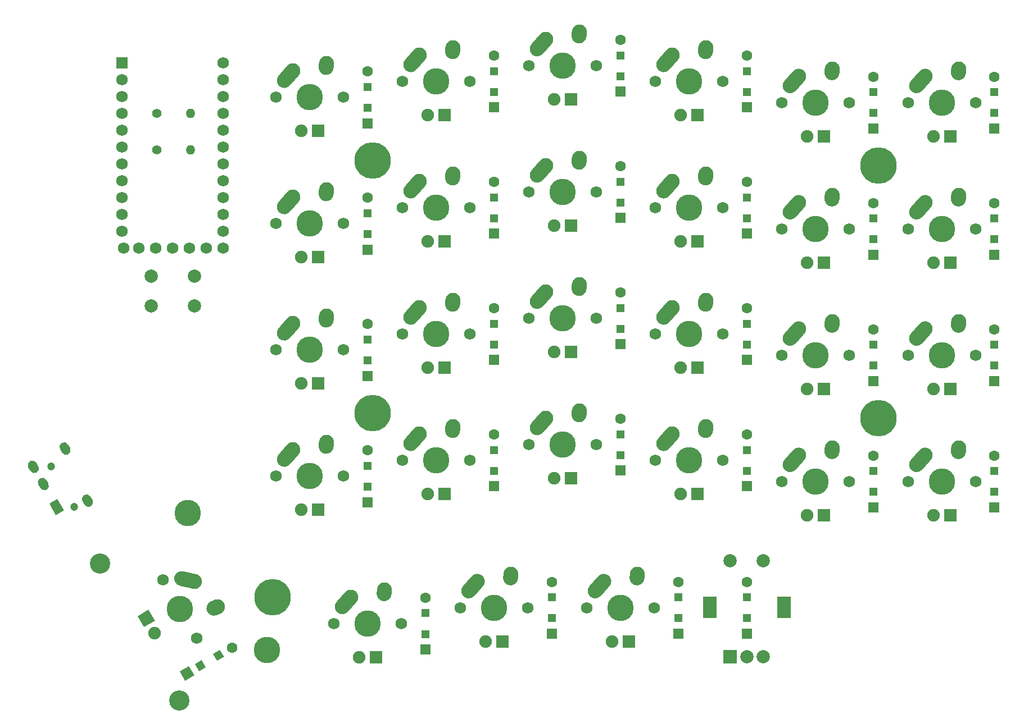
<source format=gbr>
%TF.GenerationSoftware,KiCad,Pcbnew,(5.1.9-0-10_14)*%
%TF.CreationDate,2021-04-19T01:18:51-05:00*%
%TF.ProjectId,wren-right,7772656e-2d72-4696-9768-742e6b696361,rev?*%
%TF.SameCoordinates,Original*%
%TF.FileFunction,Soldermask,Bot*%
%TF.FilePolarity,Negative*%
%FSLAX46Y46*%
G04 Gerber Fmt 4.6, Leading zero omitted, Abs format (unit mm)*
G04 Created by KiCad (PCBNEW (5.1.9-0-10_14)) date 2021-04-19 01:18:51*
%MOMM*%
%LPD*%
G01*
G04 APERTURE LIST*
%ADD10C,5.500000*%
%ADD11C,3.987800*%
%ADD12C,3.048000*%
%ADD13C,1.750000*%
%ADD14C,0.100000*%
%ADD15C,1.905000*%
%ADD16C,2.250000*%
%ADD17O,1.400000X1.400000*%
%ADD18C,1.400000*%
%ADD19C,1.600000*%
%ADD20R,1.600000X1.600000*%
%ADD21R,1.200000X1.200000*%
%ADD22R,2.000000X2.000000*%
%ADD23C,2.000000*%
%ADD24R,2.000000X3.200000*%
%ADD25C,1.752600*%
%ADD26R,1.752600X1.752600*%
%ADD27C,1.200000*%
%ADD28R,1.905000X1.905000*%
G04 APERTURE END LIST*
D10*
%TO.C,H7*%
X120650000Y-138112500D03*
%TD*%
%TO.C,H6*%
X135731250Y-110331250D03*
%TD*%
%TO.C,H3*%
X135731250Y-72231250D03*
%TD*%
%TO.C,H2*%
X211931250Y-73025000D03*
%TD*%
%TO.C,H1*%
X211913250Y-111125000D03*
%TD*%
D11*
%TO.C,MX41*%
X119766290Y-146069861D03*
X107828290Y-125392639D03*
D12*
X106568063Y-153689861D03*
X94630063Y-133012639D03*
D13*
X109188250Y-144258159D03*
X104108250Y-135459341D03*
D14*
G36*
X100312702Y-140950259D02*
G01*
X101962480Y-139997759D01*
X102914980Y-141647537D01*
X101265202Y-142600037D01*
X100312702Y-140950259D01*
G37*
D15*
X102883841Y-143498602D03*
D16*
X108862352Y-135693686D03*
D11*
X106648250Y-139858750D03*
G36*
G01*
X105842539Y-135055292D02*
X105842134Y-135057206D01*
G75*
G02*
X107174942Y-134188372I1100821J-231987D01*
G01*
X109094340Y-134592866D01*
G75*
G02*
X109963174Y-135925674I-231987J-1100821D01*
G01*
X109963174Y-135925674D01*
G75*
G02*
X108630366Y-136794508I-1100821J231987D01*
G01*
X106710968Y-136390014D01*
G75*
G02*
X105842134Y-135057206I231987J1100821D01*
G01*
G37*
D16*
X112317659Y-139518455D03*
G36*
G01*
X110785083Y-140268746D02*
X110784693Y-140267948D01*
G75*
G02*
X111301230Y-138763143I1010671J494134D01*
G01*
X111823526Y-138507783D01*
G75*
G02*
X113328331Y-139024320I494134J-1010671D01*
G01*
X113328331Y-139024320D01*
G75*
G02*
X112811794Y-140529125I-1010671J-494134D01*
G01*
X112289498Y-140784485D01*
G75*
G02*
X110784693Y-140267948I-494134J1010671D01*
G01*
G37*
%TD*%
D17*
%TO.C,R2*%
X108283750Y-70643750D03*
D18*
X103203750Y-70643750D03*
%TD*%
D17*
%TO.C,R1*%
X108283750Y-65087500D03*
D18*
X103203750Y-65087500D03*
%TD*%
D19*
%TO.C,D45*%
X192087500Y-135800000D03*
D20*
X192087500Y-143600000D03*
D21*
X192087500Y-141275000D03*
X192087500Y-138125000D03*
%TD*%
D19*
%TO.C,D44*%
X181768750Y-135800000D03*
D20*
X181768750Y-143600000D03*
D21*
X181768750Y-141275000D03*
X181768750Y-138125000D03*
%TD*%
D19*
%TO.C,D43*%
X162718750Y-135800000D03*
D20*
X162718750Y-143600000D03*
D21*
X162718750Y-141275000D03*
X162718750Y-138125000D03*
%TD*%
D19*
%TO.C,D42*%
X143672250Y-138181250D03*
D20*
X143672250Y-145981250D03*
D21*
X143672250Y-143656250D03*
X143672250Y-140506250D03*
%TD*%
D19*
%TO.C,D41*%
X114516249Y-145687500D03*
D14*
G36*
X107468431Y-150680320D02*
G01*
X106668431Y-149294680D01*
X108054071Y-148494680D01*
X108854071Y-149880320D01*
X107468431Y-150680320D01*
G37*
G36*
X109555145Y-149244615D02*
G01*
X108955145Y-148205385D01*
X109994375Y-147605385D01*
X110594375Y-148644615D01*
X109555145Y-149244615D01*
G37*
G36*
X112283125Y-147669615D02*
G01*
X111683125Y-146630385D01*
X112722355Y-146030385D01*
X113322355Y-147069615D01*
X112283125Y-147669615D01*
G37*
%TD*%
D19*
%TO.C,D36*%
X229370250Y-116750000D03*
D20*
X229370250Y-124550000D03*
D21*
X229370250Y-122225000D03*
X229370250Y-119075000D03*
%TD*%
D19*
%TO.C,D35*%
X211119750Y-116750000D03*
D20*
X211119750Y-124550000D03*
D21*
X211119750Y-122225000D03*
X211119750Y-119075000D03*
%TD*%
D19*
%TO.C,D34*%
X192075750Y-113575000D03*
D20*
X192075750Y-121375000D03*
D21*
X192075750Y-119050000D03*
X192075750Y-115900000D03*
%TD*%
D19*
%TO.C,D33*%
X173031750Y-111193750D03*
D20*
X173031750Y-118993750D03*
D21*
X173031750Y-116668750D03*
X173031750Y-113518750D03*
%TD*%
D19*
%TO.C,D32*%
X153987750Y-113575000D03*
D20*
X153987750Y-121375000D03*
D21*
X153987750Y-119050000D03*
X153987750Y-115900000D03*
%TD*%
D19*
%TO.C,D31*%
X134943750Y-115956250D03*
D20*
X134943750Y-123756250D03*
D21*
X134943750Y-121431250D03*
X134943750Y-118281250D03*
%TD*%
D19*
%TO.C,D26*%
X229370250Y-97700000D03*
D20*
X229370250Y-105500000D03*
D21*
X229370250Y-103175000D03*
X229370250Y-100025000D03*
%TD*%
D19*
%TO.C,D25*%
X211119750Y-97700000D03*
D20*
X211119750Y-105500000D03*
D21*
X211119750Y-103175000D03*
X211119750Y-100025000D03*
%TD*%
D19*
%TO.C,D24*%
X192075750Y-94525000D03*
D20*
X192075750Y-102325000D03*
D21*
X192075750Y-100000000D03*
X192075750Y-96850000D03*
%TD*%
D19*
%TO.C,D23*%
X173031750Y-92143750D03*
D20*
X173031750Y-99943750D03*
D21*
X173031750Y-97618750D03*
X173031750Y-94468750D03*
%TD*%
D19*
%TO.C,D22*%
X153987750Y-94525000D03*
D20*
X153987750Y-102325000D03*
D21*
X153987750Y-100000000D03*
X153987750Y-96850000D03*
%TD*%
D19*
%TO.C,D21*%
X134943750Y-96906250D03*
D20*
X134943750Y-104706250D03*
D21*
X134943750Y-102381250D03*
X134943750Y-99231250D03*
%TD*%
D19*
%TO.C,D16*%
X229370250Y-78650000D03*
D20*
X229370250Y-86450000D03*
D21*
X229370250Y-84125000D03*
X229370250Y-80975000D03*
%TD*%
D19*
%TO.C,D15*%
X211119750Y-78650000D03*
D20*
X211119750Y-86450000D03*
D21*
X211119750Y-84125000D03*
X211119750Y-80975000D03*
%TD*%
D19*
%TO.C,D14*%
X192075750Y-75475000D03*
D20*
X192075750Y-83275000D03*
D21*
X192075750Y-80950000D03*
X192075750Y-77800000D03*
%TD*%
D19*
%TO.C,D13*%
X173031750Y-73093750D03*
D20*
X173031750Y-80893750D03*
D21*
X173031750Y-78568750D03*
X173031750Y-75418750D03*
%TD*%
D19*
%TO.C,D12*%
X153987750Y-75475000D03*
D20*
X153987750Y-83275000D03*
D21*
X153987750Y-80950000D03*
X153987750Y-77800000D03*
%TD*%
D19*
%TO.C,D11*%
X134943750Y-77856250D03*
D20*
X134943750Y-85656250D03*
D21*
X134943750Y-83331250D03*
X134943750Y-80181250D03*
%TD*%
D19*
%TO.C,D6*%
X229370250Y-59600000D03*
D20*
X229370250Y-67400000D03*
D21*
X229370250Y-65075000D03*
X229370250Y-61925000D03*
%TD*%
D19*
%TO.C,D5*%
X211119750Y-59600000D03*
D20*
X211119750Y-67400000D03*
D21*
X211119750Y-65075000D03*
X211119750Y-61925000D03*
%TD*%
D19*
%TO.C,D4*%
X192075750Y-56425000D03*
D20*
X192075750Y-64225000D03*
D21*
X192075750Y-61900000D03*
X192075750Y-58750000D03*
%TD*%
D19*
%TO.C,D3*%
X173031750Y-54043750D03*
D20*
X173031750Y-61843750D03*
D21*
X173031750Y-59518750D03*
X173031750Y-56368750D03*
%TD*%
D19*
%TO.C,D2*%
X153987750Y-56425000D03*
D20*
X153987750Y-64225000D03*
D21*
X153987750Y-61900000D03*
X153987750Y-58750000D03*
%TD*%
D19*
%TO.C,D1*%
X134943750Y-58806250D03*
D20*
X134943750Y-66606250D03*
D21*
X134943750Y-64281250D03*
X134943750Y-61131250D03*
%TD*%
D22*
%TO.C,ENC1*%
X189579250Y-147097750D03*
D23*
X192079250Y-147097750D03*
X194579250Y-147097750D03*
D24*
X186479250Y-139597750D03*
X197679250Y-139597750D03*
D23*
X189579250Y-132597750D03*
X194579250Y-132597750D03*
%TD*%
D25*
%TO.C,U1*%
X100488750Y-85407500D03*
X103028750Y-85407500D03*
X105568750Y-85407500D03*
X108108750Y-85407500D03*
X110648750Y-85407500D03*
X113188750Y-57467500D03*
X98177350Y-85407500D03*
X113188750Y-60007500D03*
X113188750Y-62547500D03*
X113188750Y-65087500D03*
X113188750Y-67627500D03*
X113188750Y-70167500D03*
X113188750Y-72707500D03*
X113188750Y-75247500D03*
X113188750Y-77787500D03*
X113188750Y-80327500D03*
X113188750Y-82867500D03*
X113188750Y-85407500D03*
X97948750Y-82867500D03*
X97948750Y-80327500D03*
X97948750Y-77787500D03*
X97948750Y-75247500D03*
X97948750Y-72707500D03*
X97948750Y-70167500D03*
X97948750Y-67627500D03*
X97948750Y-65087500D03*
X97948750Y-62547500D03*
X97948750Y-60007500D03*
D26*
X97948750Y-57467500D03*
%TD*%
D23*
%TO.C,SW0*%
X108830250Y-89693750D03*
X108830250Y-94193750D03*
X102330250Y-89693750D03*
X102330250Y-94193750D03*
%TD*%
D27*
%TO.C,J1*%
X90748108Y-124467583D03*
X87248108Y-118405405D03*
G36*
G01*
X84106250Y-117563546D02*
X84106250Y-117563546D01*
G75*
G02*
X85062468Y-117819764I350000J-606218D01*
G01*
X85362468Y-118339380D01*
G75*
G02*
X85106250Y-119295598I-606218J-350000D01*
G01*
X85106250Y-119295598D01*
G75*
G02*
X84150032Y-119039380I-350000J606218D01*
G01*
X83850032Y-118519764D01*
G75*
G02*
X84106250Y-117563546I606218J350000D01*
G01*
G37*
G36*
G01*
X85606250Y-120161622D02*
X85606250Y-120161622D01*
G75*
G02*
X86562468Y-120417840I350000J-606218D01*
G01*
X86862468Y-120937456D01*
G75*
G02*
X86606250Y-121893674I-606218J-350000D01*
G01*
X86606250Y-121893674D01*
G75*
G02*
X85650032Y-121637456I-350000J606218D01*
G01*
X85350032Y-121117840D01*
G75*
G02*
X85606250Y-120161622I606218J350000D01*
G01*
G37*
D14*
G36*
X87000032Y-123975725D02*
G01*
X88212468Y-123275725D01*
X89212468Y-125007775D01*
X88000032Y-125707775D01*
X87000032Y-123975725D01*
G37*
G36*
G01*
X92253364Y-122674762D02*
X92253364Y-122674762D01*
G75*
G02*
X93209582Y-122930980I350000J-606218D01*
G01*
X93509582Y-123450596D01*
G75*
G02*
X93253364Y-124406814I-606218J-350000D01*
G01*
X93253364Y-124406814D01*
G75*
G02*
X92297146Y-124150596I-350000J606218D01*
G01*
X91997146Y-123630980D01*
G75*
G02*
X92253364Y-122674762I606218J350000D01*
G01*
G37*
G36*
G01*
X88869390Y-114813546D02*
X88869390Y-114813546D01*
G75*
G02*
X89825608Y-115069764I350000J-606218D01*
G01*
X90125608Y-115589380D01*
G75*
G02*
X89869390Y-116545598I-606218J-350000D01*
G01*
X89869390Y-116545598D01*
G75*
G02*
X88913172Y-116289380I-350000J606218D01*
G01*
X88613172Y-115769764D01*
G75*
G02*
X88869390Y-114813546I606218J350000D01*
G01*
G37*
%TD*%
D13*
%TO.C,MX44*%
X178117500Y-139700000D03*
X167957500Y-139700000D03*
D28*
X174307500Y-144780000D03*
D15*
X171767500Y-144780000D03*
D16*
X170537500Y-135700000D03*
D11*
X173037500Y-139700000D03*
G36*
G01*
X168476188Y-137997350D02*
X168476183Y-137997345D01*
G75*
G02*
X168390155Y-136408683I751317J837345D01*
G01*
X169700157Y-134948683D01*
G75*
G02*
X171288819Y-134862655I837345J-751317D01*
G01*
X171288819Y-134862655D01*
G75*
G02*
X171374847Y-136451317I-751317J-837345D01*
G01*
X170064845Y-137911317D01*
G75*
G02*
X168476183Y-137997345I-837345J751317D01*
G01*
G37*
D16*
X175577500Y-134620000D03*
G36*
G01*
X175460983Y-136322395D02*
X175460097Y-136322334D01*
G75*
G02*
X174415166Y-135122597I77403J1122334D01*
G01*
X174455166Y-134542597D01*
G75*
G02*
X175654903Y-133497666I1122334J-77403D01*
G01*
X175654903Y-133497666D01*
G75*
G02*
X176699834Y-134697403I-77403J-1122334D01*
G01*
X176659834Y-135277403D01*
G75*
G02*
X175460097Y-136322334I-1122334J77403D01*
G01*
G37*
%TD*%
D13*
%TO.C,MX43*%
X159067500Y-139700000D03*
X148907500Y-139700000D03*
D28*
X155257500Y-144780000D03*
D15*
X152717500Y-144780000D03*
D16*
X151487500Y-135700000D03*
D11*
X153987500Y-139700000D03*
G36*
G01*
X149426188Y-137997350D02*
X149426183Y-137997345D01*
G75*
G02*
X149340155Y-136408683I751317J837345D01*
G01*
X150650157Y-134948683D01*
G75*
G02*
X152238819Y-134862655I837345J-751317D01*
G01*
X152238819Y-134862655D01*
G75*
G02*
X152324847Y-136451317I-751317J-837345D01*
G01*
X151014845Y-137911317D01*
G75*
G02*
X149426183Y-137997345I-837345J751317D01*
G01*
G37*
D16*
X156527500Y-134620000D03*
G36*
G01*
X156410983Y-136322395D02*
X156410097Y-136322334D01*
G75*
G02*
X155365166Y-135122597I77403J1122334D01*
G01*
X155405166Y-134542597D01*
G75*
G02*
X156604903Y-133497666I1122334J-77403D01*
G01*
X156604903Y-133497666D01*
G75*
G02*
X157649834Y-134697403I-77403J-1122334D01*
G01*
X157609834Y-135277403D01*
G75*
G02*
X156410097Y-136322334I-1122334J77403D01*
G01*
G37*
%TD*%
D13*
%TO.C,MX42*%
X140017500Y-142081250D03*
X129857500Y-142081250D03*
D28*
X136207500Y-147161250D03*
D15*
X133667500Y-147161250D03*
D16*
X132437500Y-138081250D03*
D11*
X134937500Y-142081250D03*
G36*
G01*
X130376188Y-140378600D02*
X130376183Y-140378595D01*
G75*
G02*
X130290155Y-138789933I751317J837345D01*
G01*
X131600157Y-137329933D01*
G75*
G02*
X133188819Y-137243905I837345J-751317D01*
G01*
X133188819Y-137243905D01*
G75*
G02*
X133274847Y-138832567I-751317J-837345D01*
G01*
X131964845Y-140292567D01*
G75*
G02*
X130376183Y-140378595I-837345J751317D01*
G01*
G37*
D16*
X137477500Y-137001250D03*
G36*
G01*
X137360983Y-138703645D02*
X137360097Y-138703584D01*
G75*
G02*
X136315166Y-137503847I77403J1122334D01*
G01*
X136355166Y-136923847D01*
G75*
G02*
X137554903Y-135878916I1122334J-77403D01*
G01*
X137554903Y-135878916D01*
G75*
G02*
X138599834Y-137078653I-77403J-1122334D01*
G01*
X138559834Y-137658653D01*
G75*
G02*
X137360097Y-138703584I-1122334J77403D01*
G01*
G37*
%TD*%
D13*
%TO.C,MX36*%
X226536250Y-120650000D03*
X216376250Y-120650000D03*
D28*
X222726250Y-125730000D03*
D15*
X220186250Y-125730000D03*
D16*
X218956250Y-116650000D03*
D11*
X221456250Y-120650000D03*
G36*
G01*
X216894938Y-118947350D02*
X216894933Y-118947345D01*
G75*
G02*
X216808905Y-117358683I751317J837345D01*
G01*
X218118907Y-115898683D01*
G75*
G02*
X219707569Y-115812655I837345J-751317D01*
G01*
X219707569Y-115812655D01*
G75*
G02*
X219793597Y-117401317I-751317J-837345D01*
G01*
X218483595Y-118861317D01*
G75*
G02*
X216894933Y-118947345I-837345J751317D01*
G01*
G37*
D16*
X223996250Y-115570000D03*
G36*
G01*
X223879733Y-117272395D02*
X223878847Y-117272334D01*
G75*
G02*
X222833916Y-116072597I77403J1122334D01*
G01*
X222873916Y-115492597D01*
G75*
G02*
X224073653Y-114447666I1122334J-77403D01*
G01*
X224073653Y-114447666D01*
G75*
G02*
X225118584Y-115647403I-77403J-1122334D01*
G01*
X225078584Y-116227403D01*
G75*
G02*
X223878847Y-117272334I-1122334J77403D01*
G01*
G37*
%TD*%
D13*
%TO.C,MX35*%
X207486250Y-120650000D03*
X197326250Y-120650000D03*
D28*
X203676250Y-125730000D03*
D15*
X201136250Y-125730000D03*
D16*
X199906250Y-116650000D03*
D11*
X202406250Y-120650000D03*
G36*
G01*
X197844938Y-118947350D02*
X197844933Y-118947345D01*
G75*
G02*
X197758905Y-117358683I751317J837345D01*
G01*
X199068907Y-115898683D01*
G75*
G02*
X200657569Y-115812655I837345J-751317D01*
G01*
X200657569Y-115812655D01*
G75*
G02*
X200743597Y-117401317I-751317J-837345D01*
G01*
X199433595Y-118861317D01*
G75*
G02*
X197844933Y-118947345I-837345J751317D01*
G01*
G37*
D16*
X204946250Y-115570000D03*
G36*
G01*
X204829733Y-117272395D02*
X204828847Y-117272334D01*
G75*
G02*
X203783916Y-116072597I77403J1122334D01*
G01*
X203823916Y-115492597D01*
G75*
G02*
X205023653Y-114447666I1122334J-77403D01*
G01*
X205023653Y-114447666D01*
G75*
G02*
X206068584Y-115647403I-77403J-1122334D01*
G01*
X206028584Y-116227403D01*
G75*
G02*
X204828847Y-117272334I-1122334J77403D01*
G01*
G37*
%TD*%
D13*
%TO.C,MX34*%
X188436250Y-117475000D03*
X178276250Y-117475000D03*
D28*
X184626250Y-122555000D03*
D15*
X182086250Y-122555000D03*
D16*
X180856250Y-113475000D03*
D11*
X183356250Y-117475000D03*
G36*
G01*
X178794938Y-115772350D02*
X178794933Y-115772345D01*
G75*
G02*
X178708905Y-114183683I751317J837345D01*
G01*
X180018907Y-112723683D01*
G75*
G02*
X181607569Y-112637655I837345J-751317D01*
G01*
X181607569Y-112637655D01*
G75*
G02*
X181693597Y-114226317I-751317J-837345D01*
G01*
X180383595Y-115686317D01*
G75*
G02*
X178794933Y-115772345I-837345J751317D01*
G01*
G37*
D16*
X185896250Y-112395000D03*
G36*
G01*
X185779733Y-114097395D02*
X185778847Y-114097334D01*
G75*
G02*
X184733916Y-112897597I77403J1122334D01*
G01*
X184773916Y-112317597D01*
G75*
G02*
X185973653Y-111272666I1122334J-77403D01*
G01*
X185973653Y-111272666D01*
G75*
G02*
X187018584Y-112472403I-77403J-1122334D01*
G01*
X186978584Y-113052403D01*
G75*
G02*
X185778847Y-114097334I-1122334J77403D01*
G01*
G37*
%TD*%
D13*
%TO.C,MX33*%
X169386250Y-115093750D03*
X159226250Y-115093750D03*
D28*
X165576250Y-120173750D03*
D15*
X163036250Y-120173750D03*
D16*
X161806250Y-111093750D03*
D11*
X164306250Y-115093750D03*
G36*
G01*
X159744938Y-113391100D02*
X159744933Y-113391095D01*
G75*
G02*
X159658905Y-111802433I751317J837345D01*
G01*
X160968907Y-110342433D01*
G75*
G02*
X162557569Y-110256405I837345J-751317D01*
G01*
X162557569Y-110256405D01*
G75*
G02*
X162643597Y-111845067I-751317J-837345D01*
G01*
X161333595Y-113305067D01*
G75*
G02*
X159744933Y-113391095I-837345J751317D01*
G01*
G37*
D16*
X166846250Y-110013750D03*
G36*
G01*
X166729733Y-111716145D02*
X166728847Y-111716084D01*
G75*
G02*
X165683916Y-110516347I77403J1122334D01*
G01*
X165723916Y-109936347D01*
G75*
G02*
X166923653Y-108891416I1122334J-77403D01*
G01*
X166923653Y-108891416D01*
G75*
G02*
X167968584Y-110091153I-77403J-1122334D01*
G01*
X167928584Y-110671153D01*
G75*
G02*
X166728847Y-111716084I-1122334J77403D01*
G01*
G37*
%TD*%
D13*
%TO.C,MX32*%
X150336250Y-117475000D03*
X140176250Y-117475000D03*
D28*
X146526250Y-122555000D03*
D15*
X143986250Y-122555000D03*
D16*
X142756250Y-113475000D03*
D11*
X145256250Y-117475000D03*
G36*
G01*
X140694938Y-115772350D02*
X140694933Y-115772345D01*
G75*
G02*
X140608905Y-114183683I751317J837345D01*
G01*
X141918907Y-112723683D01*
G75*
G02*
X143507569Y-112637655I837345J-751317D01*
G01*
X143507569Y-112637655D01*
G75*
G02*
X143593597Y-114226317I-751317J-837345D01*
G01*
X142283595Y-115686317D01*
G75*
G02*
X140694933Y-115772345I-837345J751317D01*
G01*
G37*
D16*
X147796250Y-112395000D03*
G36*
G01*
X147679733Y-114097395D02*
X147678847Y-114097334D01*
G75*
G02*
X146633916Y-112897597I77403J1122334D01*
G01*
X146673916Y-112317597D01*
G75*
G02*
X147873653Y-111272666I1122334J-77403D01*
G01*
X147873653Y-111272666D01*
G75*
G02*
X148918584Y-112472403I-77403J-1122334D01*
G01*
X148878584Y-113052403D01*
G75*
G02*
X147678847Y-114097334I-1122334J77403D01*
G01*
G37*
%TD*%
D13*
%TO.C,MX31*%
X131286250Y-119856250D03*
X121126250Y-119856250D03*
D28*
X127476250Y-124936250D03*
D15*
X124936250Y-124936250D03*
D16*
X123706250Y-115856250D03*
D11*
X126206250Y-119856250D03*
G36*
G01*
X121644938Y-118153600D02*
X121644933Y-118153595D01*
G75*
G02*
X121558905Y-116564933I751317J837345D01*
G01*
X122868907Y-115104933D01*
G75*
G02*
X124457569Y-115018905I837345J-751317D01*
G01*
X124457569Y-115018905D01*
G75*
G02*
X124543597Y-116607567I-751317J-837345D01*
G01*
X123233595Y-118067567D01*
G75*
G02*
X121644933Y-118153595I-837345J751317D01*
G01*
G37*
D16*
X128746250Y-114776250D03*
G36*
G01*
X128629733Y-116478645D02*
X128628847Y-116478584D01*
G75*
G02*
X127583916Y-115278847I77403J1122334D01*
G01*
X127623916Y-114698847D01*
G75*
G02*
X128823653Y-113653916I1122334J-77403D01*
G01*
X128823653Y-113653916D01*
G75*
G02*
X129868584Y-114853653I-77403J-1122334D01*
G01*
X129828584Y-115433653D01*
G75*
G02*
X128628847Y-116478584I-1122334J77403D01*
G01*
G37*
%TD*%
D13*
%TO.C,MX26*%
X226536250Y-101600000D03*
X216376250Y-101600000D03*
D28*
X222726250Y-106680000D03*
D15*
X220186250Y-106680000D03*
D16*
X218956250Y-97600000D03*
D11*
X221456250Y-101600000D03*
G36*
G01*
X216894938Y-99897350D02*
X216894933Y-99897345D01*
G75*
G02*
X216808905Y-98308683I751317J837345D01*
G01*
X218118907Y-96848683D01*
G75*
G02*
X219707569Y-96762655I837345J-751317D01*
G01*
X219707569Y-96762655D01*
G75*
G02*
X219793597Y-98351317I-751317J-837345D01*
G01*
X218483595Y-99811317D01*
G75*
G02*
X216894933Y-99897345I-837345J751317D01*
G01*
G37*
D16*
X223996250Y-96520000D03*
G36*
G01*
X223879733Y-98222395D02*
X223878847Y-98222334D01*
G75*
G02*
X222833916Y-97022597I77403J1122334D01*
G01*
X222873916Y-96442597D01*
G75*
G02*
X224073653Y-95397666I1122334J-77403D01*
G01*
X224073653Y-95397666D01*
G75*
G02*
X225118584Y-96597403I-77403J-1122334D01*
G01*
X225078584Y-97177403D01*
G75*
G02*
X223878847Y-98222334I-1122334J77403D01*
G01*
G37*
%TD*%
D13*
%TO.C,MX25*%
X207486250Y-101600000D03*
X197326250Y-101600000D03*
D28*
X203676250Y-106680000D03*
D15*
X201136250Y-106680000D03*
D16*
X199906250Y-97600000D03*
D11*
X202406250Y-101600000D03*
G36*
G01*
X197844938Y-99897350D02*
X197844933Y-99897345D01*
G75*
G02*
X197758905Y-98308683I751317J837345D01*
G01*
X199068907Y-96848683D01*
G75*
G02*
X200657569Y-96762655I837345J-751317D01*
G01*
X200657569Y-96762655D01*
G75*
G02*
X200743597Y-98351317I-751317J-837345D01*
G01*
X199433595Y-99811317D01*
G75*
G02*
X197844933Y-99897345I-837345J751317D01*
G01*
G37*
D16*
X204946250Y-96520000D03*
G36*
G01*
X204829733Y-98222395D02*
X204828847Y-98222334D01*
G75*
G02*
X203783916Y-97022597I77403J1122334D01*
G01*
X203823916Y-96442597D01*
G75*
G02*
X205023653Y-95397666I1122334J-77403D01*
G01*
X205023653Y-95397666D01*
G75*
G02*
X206068584Y-96597403I-77403J-1122334D01*
G01*
X206028584Y-97177403D01*
G75*
G02*
X204828847Y-98222334I-1122334J77403D01*
G01*
G37*
%TD*%
D13*
%TO.C,MX24*%
X188436250Y-98425000D03*
X178276250Y-98425000D03*
D28*
X184626250Y-103505000D03*
D15*
X182086250Y-103505000D03*
D16*
X180856250Y-94425000D03*
D11*
X183356250Y-98425000D03*
G36*
G01*
X178794938Y-96722350D02*
X178794933Y-96722345D01*
G75*
G02*
X178708905Y-95133683I751317J837345D01*
G01*
X180018907Y-93673683D01*
G75*
G02*
X181607569Y-93587655I837345J-751317D01*
G01*
X181607569Y-93587655D01*
G75*
G02*
X181693597Y-95176317I-751317J-837345D01*
G01*
X180383595Y-96636317D01*
G75*
G02*
X178794933Y-96722345I-837345J751317D01*
G01*
G37*
D16*
X185896250Y-93345000D03*
G36*
G01*
X185779733Y-95047395D02*
X185778847Y-95047334D01*
G75*
G02*
X184733916Y-93847597I77403J1122334D01*
G01*
X184773916Y-93267597D01*
G75*
G02*
X185973653Y-92222666I1122334J-77403D01*
G01*
X185973653Y-92222666D01*
G75*
G02*
X187018584Y-93422403I-77403J-1122334D01*
G01*
X186978584Y-94002403D01*
G75*
G02*
X185778847Y-95047334I-1122334J77403D01*
G01*
G37*
%TD*%
D13*
%TO.C,MX23*%
X169386250Y-96043750D03*
X159226250Y-96043750D03*
D28*
X165576250Y-101123750D03*
D15*
X163036250Y-101123750D03*
D16*
X161806250Y-92043750D03*
D11*
X164306250Y-96043750D03*
G36*
G01*
X159744938Y-94341100D02*
X159744933Y-94341095D01*
G75*
G02*
X159658905Y-92752433I751317J837345D01*
G01*
X160968907Y-91292433D01*
G75*
G02*
X162557569Y-91206405I837345J-751317D01*
G01*
X162557569Y-91206405D01*
G75*
G02*
X162643597Y-92795067I-751317J-837345D01*
G01*
X161333595Y-94255067D01*
G75*
G02*
X159744933Y-94341095I-837345J751317D01*
G01*
G37*
D16*
X166846250Y-90963750D03*
G36*
G01*
X166729733Y-92666145D02*
X166728847Y-92666084D01*
G75*
G02*
X165683916Y-91466347I77403J1122334D01*
G01*
X165723916Y-90886347D01*
G75*
G02*
X166923653Y-89841416I1122334J-77403D01*
G01*
X166923653Y-89841416D01*
G75*
G02*
X167968584Y-91041153I-77403J-1122334D01*
G01*
X167928584Y-91621153D01*
G75*
G02*
X166728847Y-92666084I-1122334J77403D01*
G01*
G37*
%TD*%
D13*
%TO.C,MX22*%
X150336250Y-98425000D03*
X140176250Y-98425000D03*
D28*
X146526250Y-103505000D03*
D15*
X143986250Y-103505000D03*
D16*
X142756250Y-94425000D03*
D11*
X145256250Y-98425000D03*
G36*
G01*
X140694938Y-96722350D02*
X140694933Y-96722345D01*
G75*
G02*
X140608905Y-95133683I751317J837345D01*
G01*
X141918907Y-93673683D01*
G75*
G02*
X143507569Y-93587655I837345J-751317D01*
G01*
X143507569Y-93587655D01*
G75*
G02*
X143593597Y-95176317I-751317J-837345D01*
G01*
X142283595Y-96636317D01*
G75*
G02*
X140694933Y-96722345I-837345J751317D01*
G01*
G37*
D16*
X147796250Y-93345000D03*
G36*
G01*
X147679733Y-95047395D02*
X147678847Y-95047334D01*
G75*
G02*
X146633916Y-93847597I77403J1122334D01*
G01*
X146673916Y-93267597D01*
G75*
G02*
X147873653Y-92222666I1122334J-77403D01*
G01*
X147873653Y-92222666D01*
G75*
G02*
X148918584Y-93422403I-77403J-1122334D01*
G01*
X148878584Y-94002403D01*
G75*
G02*
X147678847Y-95047334I-1122334J77403D01*
G01*
G37*
%TD*%
D13*
%TO.C,MX21*%
X131286250Y-100806250D03*
X121126250Y-100806250D03*
D28*
X127476250Y-105886250D03*
D15*
X124936250Y-105886250D03*
D16*
X123706250Y-96806250D03*
D11*
X126206250Y-100806250D03*
G36*
G01*
X121644938Y-99103600D02*
X121644933Y-99103595D01*
G75*
G02*
X121558905Y-97514933I751317J837345D01*
G01*
X122868907Y-96054933D01*
G75*
G02*
X124457569Y-95968905I837345J-751317D01*
G01*
X124457569Y-95968905D01*
G75*
G02*
X124543597Y-97557567I-751317J-837345D01*
G01*
X123233595Y-99017567D01*
G75*
G02*
X121644933Y-99103595I-837345J751317D01*
G01*
G37*
D16*
X128746250Y-95726250D03*
G36*
G01*
X128629733Y-97428645D02*
X128628847Y-97428584D01*
G75*
G02*
X127583916Y-96228847I77403J1122334D01*
G01*
X127623916Y-95648847D01*
G75*
G02*
X128823653Y-94603916I1122334J-77403D01*
G01*
X128823653Y-94603916D01*
G75*
G02*
X129868584Y-95803653I-77403J-1122334D01*
G01*
X129828584Y-96383653D01*
G75*
G02*
X128628847Y-97428584I-1122334J77403D01*
G01*
G37*
%TD*%
D13*
%TO.C,MX16*%
X226536250Y-82550000D03*
X216376250Y-82550000D03*
D28*
X222726250Y-87630000D03*
D15*
X220186250Y-87630000D03*
D16*
X218956250Y-78550000D03*
D11*
X221456250Y-82550000D03*
G36*
G01*
X216894938Y-80847350D02*
X216894933Y-80847345D01*
G75*
G02*
X216808905Y-79258683I751317J837345D01*
G01*
X218118907Y-77798683D01*
G75*
G02*
X219707569Y-77712655I837345J-751317D01*
G01*
X219707569Y-77712655D01*
G75*
G02*
X219793597Y-79301317I-751317J-837345D01*
G01*
X218483595Y-80761317D01*
G75*
G02*
X216894933Y-80847345I-837345J751317D01*
G01*
G37*
D16*
X223996250Y-77470000D03*
G36*
G01*
X223879733Y-79172395D02*
X223878847Y-79172334D01*
G75*
G02*
X222833916Y-77972597I77403J1122334D01*
G01*
X222873916Y-77392597D01*
G75*
G02*
X224073653Y-76347666I1122334J-77403D01*
G01*
X224073653Y-76347666D01*
G75*
G02*
X225118584Y-77547403I-77403J-1122334D01*
G01*
X225078584Y-78127403D01*
G75*
G02*
X223878847Y-79172334I-1122334J77403D01*
G01*
G37*
%TD*%
D13*
%TO.C,MX15*%
X207486250Y-82550000D03*
X197326250Y-82550000D03*
D28*
X203676250Y-87630000D03*
D15*
X201136250Y-87630000D03*
D16*
X199906250Y-78550000D03*
D11*
X202406250Y-82550000D03*
G36*
G01*
X197844938Y-80847350D02*
X197844933Y-80847345D01*
G75*
G02*
X197758905Y-79258683I751317J837345D01*
G01*
X199068907Y-77798683D01*
G75*
G02*
X200657569Y-77712655I837345J-751317D01*
G01*
X200657569Y-77712655D01*
G75*
G02*
X200743597Y-79301317I-751317J-837345D01*
G01*
X199433595Y-80761317D01*
G75*
G02*
X197844933Y-80847345I-837345J751317D01*
G01*
G37*
D16*
X204946250Y-77470000D03*
G36*
G01*
X204829733Y-79172395D02*
X204828847Y-79172334D01*
G75*
G02*
X203783916Y-77972597I77403J1122334D01*
G01*
X203823916Y-77392597D01*
G75*
G02*
X205023653Y-76347666I1122334J-77403D01*
G01*
X205023653Y-76347666D01*
G75*
G02*
X206068584Y-77547403I-77403J-1122334D01*
G01*
X206028584Y-78127403D01*
G75*
G02*
X204828847Y-79172334I-1122334J77403D01*
G01*
G37*
%TD*%
D13*
%TO.C,MX14*%
X188436250Y-79375000D03*
X178276250Y-79375000D03*
D28*
X184626250Y-84455000D03*
D15*
X182086250Y-84455000D03*
D16*
X180856250Y-75375000D03*
D11*
X183356250Y-79375000D03*
G36*
G01*
X178794938Y-77672350D02*
X178794933Y-77672345D01*
G75*
G02*
X178708905Y-76083683I751317J837345D01*
G01*
X180018907Y-74623683D01*
G75*
G02*
X181607569Y-74537655I837345J-751317D01*
G01*
X181607569Y-74537655D01*
G75*
G02*
X181693597Y-76126317I-751317J-837345D01*
G01*
X180383595Y-77586317D01*
G75*
G02*
X178794933Y-77672345I-837345J751317D01*
G01*
G37*
D16*
X185896250Y-74295000D03*
G36*
G01*
X185779733Y-75997395D02*
X185778847Y-75997334D01*
G75*
G02*
X184733916Y-74797597I77403J1122334D01*
G01*
X184773916Y-74217597D01*
G75*
G02*
X185973653Y-73172666I1122334J-77403D01*
G01*
X185973653Y-73172666D01*
G75*
G02*
X187018584Y-74372403I-77403J-1122334D01*
G01*
X186978584Y-74952403D01*
G75*
G02*
X185778847Y-75997334I-1122334J77403D01*
G01*
G37*
%TD*%
D13*
%TO.C,MX13*%
X169386250Y-76993750D03*
X159226250Y-76993750D03*
D28*
X165576250Y-82073750D03*
D15*
X163036250Y-82073750D03*
D16*
X161806250Y-72993750D03*
D11*
X164306250Y-76993750D03*
G36*
G01*
X159744938Y-75291100D02*
X159744933Y-75291095D01*
G75*
G02*
X159658905Y-73702433I751317J837345D01*
G01*
X160968907Y-72242433D01*
G75*
G02*
X162557569Y-72156405I837345J-751317D01*
G01*
X162557569Y-72156405D01*
G75*
G02*
X162643597Y-73745067I-751317J-837345D01*
G01*
X161333595Y-75205067D01*
G75*
G02*
X159744933Y-75291095I-837345J751317D01*
G01*
G37*
D16*
X166846250Y-71913750D03*
G36*
G01*
X166729733Y-73616145D02*
X166728847Y-73616084D01*
G75*
G02*
X165683916Y-72416347I77403J1122334D01*
G01*
X165723916Y-71836347D01*
G75*
G02*
X166923653Y-70791416I1122334J-77403D01*
G01*
X166923653Y-70791416D01*
G75*
G02*
X167968584Y-71991153I-77403J-1122334D01*
G01*
X167928584Y-72571153D01*
G75*
G02*
X166728847Y-73616084I-1122334J77403D01*
G01*
G37*
%TD*%
D13*
%TO.C,MX12*%
X150336250Y-79375000D03*
X140176250Y-79375000D03*
D28*
X146526250Y-84455000D03*
D15*
X143986250Y-84455000D03*
D16*
X142756250Y-75375000D03*
D11*
X145256250Y-79375000D03*
G36*
G01*
X140694938Y-77672350D02*
X140694933Y-77672345D01*
G75*
G02*
X140608905Y-76083683I751317J837345D01*
G01*
X141918907Y-74623683D01*
G75*
G02*
X143507569Y-74537655I837345J-751317D01*
G01*
X143507569Y-74537655D01*
G75*
G02*
X143593597Y-76126317I-751317J-837345D01*
G01*
X142283595Y-77586317D01*
G75*
G02*
X140694933Y-77672345I-837345J751317D01*
G01*
G37*
D16*
X147796250Y-74295000D03*
G36*
G01*
X147679733Y-75997395D02*
X147678847Y-75997334D01*
G75*
G02*
X146633916Y-74797597I77403J1122334D01*
G01*
X146673916Y-74217597D01*
G75*
G02*
X147873653Y-73172666I1122334J-77403D01*
G01*
X147873653Y-73172666D01*
G75*
G02*
X148918584Y-74372403I-77403J-1122334D01*
G01*
X148878584Y-74952403D01*
G75*
G02*
X147678847Y-75997334I-1122334J77403D01*
G01*
G37*
%TD*%
D13*
%TO.C,MX11*%
X131286250Y-81756250D03*
X121126250Y-81756250D03*
D28*
X127476250Y-86836250D03*
D15*
X124936250Y-86836250D03*
D16*
X123706250Y-77756250D03*
D11*
X126206250Y-81756250D03*
G36*
G01*
X121644938Y-80053600D02*
X121644933Y-80053595D01*
G75*
G02*
X121558905Y-78464933I751317J837345D01*
G01*
X122868907Y-77004933D01*
G75*
G02*
X124457569Y-76918905I837345J-751317D01*
G01*
X124457569Y-76918905D01*
G75*
G02*
X124543597Y-78507567I-751317J-837345D01*
G01*
X123233595Y-79967567D01*
G75*
G02*
X121644933Y-80053595I-837345J751317D01*
G01*
G37*
D16*
X128746250Y-76676250D03*
G36*
G01*
X128629733Y-78378645D02*
X128628847Y-78378584D01*
G75*
G02*
X127583916Y-77178847I77403J1122334D01*
G01*
X127623916Y-76598847D01*
G75*
G02*
X128823653Y-75553916I1122334J-77403D01*
G01*
X128823653Y-75553916D01*
G75*
G02*
X129868584Y-76753653I-77403J-1122334D01*
G01*
X129828584Y-77333653D01*
G75*
G02*
X128628847Y-78378584I-1122334J77403D01*
G01*
G37*
%TD*%
D13*
%TO.C,MX6*%
X226536250Y-63500000D03*
X216376250Y-63500000D03*
D28*
X222726250Y-68580000D03*
D15*
X220186250Y-68580000D03*
D16*
X218956250Y-59500000D03*
D11*
X221456250Y-63500000D03*
G36*
G01*
X216894938Y-61797350D02*
X216894933Y-61797345D01*
G75*
G02*
X216808905Y-60208683I751317J837345D01*
G01*
X218118907Y-58748683D01*
G75*
G02*
X219707569Y-58662655I837345J-751317D01*
G01*
X219707569Y-58662655D01*
G75*
G02*
X219793597Y-60251317I-751317J-837345D01*
G01*
X218483595Y-61711317D01*
G75*
G02*
X216894933Y-61797345I-837345J751317D01*
G01*
G37*
D16*
X223996250Y-58420000D03*
G36*
G01*
X223879733Y-60122395D02*
X223878847Y-60122334D01*
G75*
G02*
X222833916Y-58922597I77403J1122334D01*
G01*
X222873916Y-58342597D01*
G75*
G02*
X224073653Y-57297666I1122334J-77403D01*
G01*
X224073653Y-57297666D01*
G75*
G02*
X225118584Y-58497403I-77403J-1122334D01*
G01*
X225078584Y-59077403D01*
G75*
G02*
X223878847Y-60122334I-1122334J77403D01*
G01*
G37*
%TD*%
D13*
%TO.C,MX5*%
X207486250Y-63500000D03*
X197326250Y-63500000D03*
D28*
X203676250Y-68580000D03*
D15*
X201136250Y-68580000D03*
D16*
X199906250Y-59500000D03*
D11*
X202406250Y-63500000D03*
G36*
G01*
X197844938Y-61797350D02*
X197844933Y-61797345D01*
G75*
G02*
X197758905Y-60208683I751317J837345D01*
G01*
X199068907Y-58748683D01*
G75*
G02*
X200657569Y-58662655I837345J-751317D01*
G01*
X200657569Y-58662655D01*
G75*
G02*
X200743597Y-60251317I-751317J-837345D01*
G01*
X199433595Y-61711317D01*
G75*
G02*
X197844933Y-61797345I-837345J751317D01*
G01*
G37*
D16*
X204946250Y-58420000D03*
G36*
G01*
X204829733Y-60122395D02*
X204828847Y-60122334D01*
G75*
G02*
X203783916Y-58922597I77403J1122334D01*
G01*
X203823916Y-58342597D01*
G75*
G02*
X205023653Y-57297666I1122334J-77403D01*
G01*
X205023653Y-57297666D01*
G75*
G02*
X206068584Y-58497403I-77403J-1122334D01*
G01*
X206028584Y-59077403D01*
G75*
G02*
X204828847Y-60122334I-1122334J77403D01*
G01*
G37*
%TD*%
D13*
%TO.C,MX4*%
X188436250Y-60325000D03*
X178276250Y-60325000D03*
D28*
X184626250Y-65405000D03*
D15*
X182086250Y-65405000D03*
D16*
X180856250Y-56325000D03*
D11*
X183356250Y-60325000D03*
G36*
G01*
X178794938Y-58622350D02*
X178794933Y-58622345D01*
G75*
G02*
X178708905Y-57033683I751317J837345D01*
G01*
X180018907Y-55573683D01*
G75*
G02*
X181607569Y-55487655I837345J-751317D01*
G01*
X181607569Y-55487655D01*
G75*
G02*
X181693597Y-57076317I-751317J-837345D01*
G01*
X180383595Y-58536317D01*
G75*
G02*
X178794933Y-58622345I-837345J751317D01*
G01*
G37*
D16*
X185896250Y-55245000D03*
G36*
G01*
X185779733Y-56947395D02*
X185778847Y-56947334D01*
G75*
G02*
X184733916Y-55747597I77403J1122334D01*
G01*
X184773916Y-55167597D01*
G75*
G02*
X185973653Y-54122666I1122334J-77403D01*
G01*
X185973653Y-54122666D01*
G75*
G02*
X187018584Y-55322403I-77403J-1122334D01*
G01*
X186978584Y-55902403D01*
G75*
G02*
X185778847Y-56947334I-1122334J77403D01*
G01*
G37*
%TD*%
D13*
%TO.C,MX3*%
X169386250Y-57943750D03*
X159226250Y-57943750D03*
D28*
X165576250Y-63023750D03*
D15*
X163036250Y-63023750D03*
D16*
X161806250Y-53943750D03*
D11*
X164306250Y-57943750D03*
G36*
G01*
X159744938Y-56241100D02*
X159744933Y-56241095D01*
G75*
G02*
X159658905Y-54652433I751317J837345D01*
G01*
X160968907Y-53192433D01*
G75*
G02*
X162557569Y-53106405I837345J-751317D01*
G01*
X162557569Y-53106405D01*
G75*
G02*
X162643597Y-54695067I-751317J-837345D01*
G01*
X161333595Y-56155067D01*
G75*
G02*
X159744933Y-56241095I-837345J751317D01*
G01*
G37*
D16*
X166846250Y-52863750D03*
G36*
G01*
X166729733Y-54566145D02*
X166728847Y-54566084D01*
G75*
G02*
X165683916Y-53366347I77403J1122334D01*
G01*
X165723916Y-52786347D01*
G75*
G02*
X166923653Y-51741416I1122334J-77403D01*
G01*
X166923653Y-51741416D01*
G75*
G02*
X167968584Y-52941153I-77403J-1122334D01*
G01*
X167928584Y-53521153D01*
G75*
G02*
X166728847Y-54566084I-1122334J77403D01*
G01*
G37*
%TD*%
D13*
%TO.C,MX2*%
X150336250Y-60325000D03*
X140176250Y-60325000D03*
D28*
X146526250Y-65405000D03*
D15*
X143986250Y-65405000D03*
D16*
X142756250Y-56325000D03*
D11*
X145256250Y-60325000D03*
G36*
G01*
X140694938Y-58622350D02*
X140694933Y-58622345D01*
G75*
G02*
X140608905Y-57033683I751317J837345D01*
G01*
X141918907Y-55573683D01*
G75*
G02*
X143507569Y-55487655I837345J-751317D01*
G01*
X143507569Y-55487655D01*
G75*
G02*
X143593597Y-57076317I-751317J-837345D01*
G01*
X142283595Y-58536317D01*
G75*
G02*
X140694933Y-58622345I-837345J751317D01*
G01*
G37*
D16*
X147796250Y-55245000D03*
G36*
G01*
X147679733Y-56947395D02*
X147678847Y-56947334D01*
G75*
G02*
X146633916Y-55747597I77403J1122334D01*
G01*
X146673916Y-55167597D01*
G75*
G02*
X147873653Y-54122666I1122334J-77403D01*
G01*
X147873653Y-54122666D01*
G75*
G02*
X148918584Y-55322403I-77403J-1122334D01*
G01*
X148878584Y-55902403D01*
G75*
G02*
X147678847Y-56947334I-1122334J77403D01*
G01*
G37*
%TD*%
D13*
%TO.C,MX1*%
X131286250Y-62706250D03*
X121126250Y-62706250D03*
D28*
X127476250Y-67786250D03*
D15*
X124936250Y-67786250D03*
D16*
X123706250Y-58706250D03*
D11*
X126206250Y-62706250D03*
G36*
G01*
X121644938Y-61003600D02*
X121644933Y-61003595D01*
G75*
G02*
X121558905Y-59414933I751317J837345D01*
G01*
X122868907Y-57954933D01*
G75*
G02*
X124457569Y-57868905I837345J-751317D01*
G01*
X124457569Y-57868905D01*
G75*
G02*
X124543597Y-59457567I-751317J-837345D01*
G01*
X123233595Y-60917567D01*
G75*
G02*
X121644933Y-61003595I-837345J751317D01*
G01*
G37*
D16*
X128746250Y-57626250D03*
G36*
G01*
X128629733Y-59328645D02*
X128628847Y-59328584D01*
G75*
G02*
X127583916Y-58128847I77403J1122334D01*
G01*
X127623916Y-57548847D01*
G75*
G02*
X128823653Y-56503916I1122334J-77403D01*
G01*
X128823653Y-56503916D01*
G75*
G02*
X129868584Y-57703653I-77403J-1122334D01*
G01*
X129828584Y-58283653D01*
G75*
G02*
X128628847Y-59328584I-1122334J77403D01*
G01*
G37*
%TD*%
M02*

</source>
